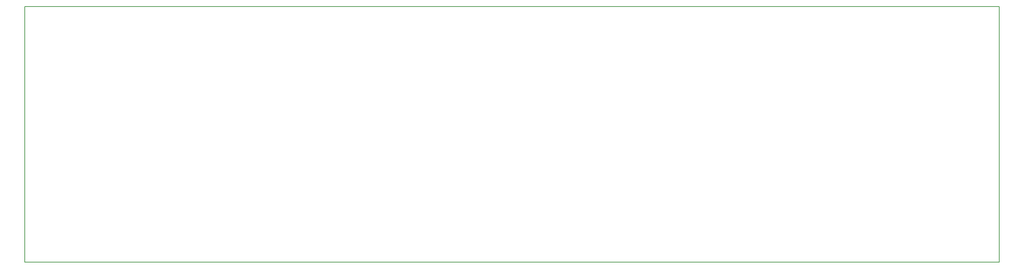
<source format=gbr>
G04 #@! TF.FileFunction,Profile,NP*
%FSLAX46Y46*%
G04 Gerber Fmt 4.6, Leading zero omitted, Abs format (unit mm)*
G04 Created by KiCad (PCBNEW 4.0.7) date 07/01/21 13:41:30*
%MOMM*%
%LPD*%
G01*
G04 APERTURE LIST*
%ADD10C,0.100000*%
%ADD11C,0.150000*%
G04 APERTURE END LIST*
D10*
D11*
X26000000Y-106000000D02*
X26000000Y-43000000D01*
X266000000Y-106000000D02*
X26000000Y-106000000D01*
X266000000Y-43000000D02*
X266000000Y-106000000D01*
X26000000Y-43000000D02*
X266000000Y-43000000D01*
M02*

</source>
